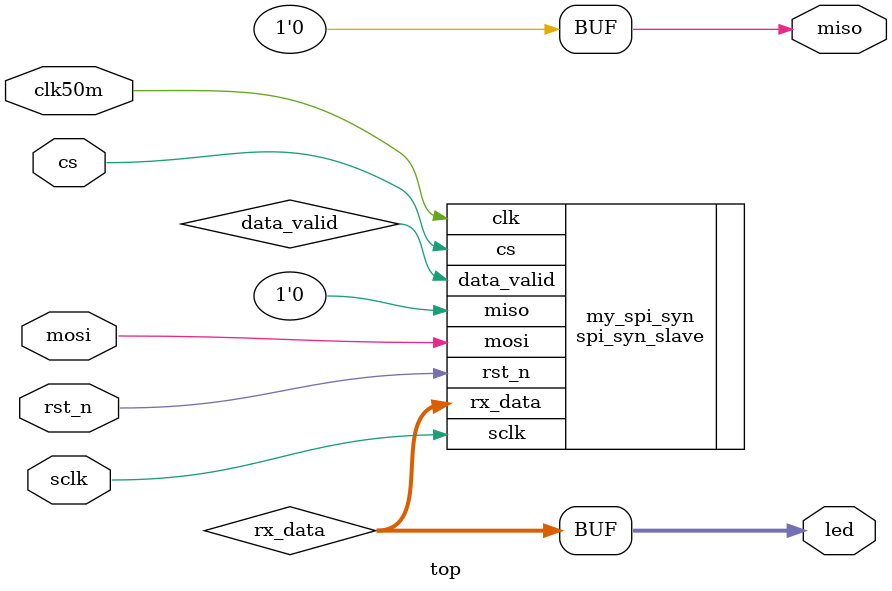
<source format=v>

module top (
    input wire clk50m,
    input wire rst_n,
    
    input wire sclk,
    input wire cs,
    input wire mosi,
    output wire miso,

    output wire [7:0] led // For debugging, to see received data
); 

    wire data_valid;
    wire [7:0] rx_data;

    assign miso = 1'b0;
    assign led = rx_data; // Debug

    spi_syn_slave my_spi_syn(
        .clk(clk50m),
        .rst_n(rst_n),

        .rx_data(rx_data),
        .data_valid(data_valid),

        .sclk(sclk),
        .cs(cs),
        .mosi(mosi),
        .miso(miso)
    );

    // spi_slave my_spi(
    //   .rst_n(rst_n),
    //   // .tx_data(),
    //   // .tx_start(),

    //   .rx_data(rx_data[7:0]),
    //   .data_valid(data_valid),

    //   .sclk(sclk),
    //   .cs(cs),
    //   .mosi(mosi),
    //   .miso(miso)
    // );

endmodule

</source>
